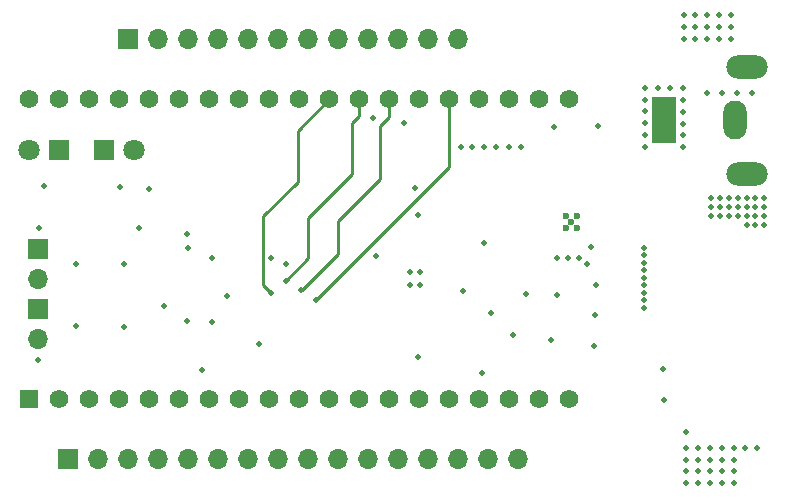
<source format=gbr>
G04 #@! TF.GenerationSoftware,KiCad,Pcbnew,5.99.0-unknown-89dcc4689~104~ubuntu20.04.1*
G04 #@! TF.CreationDate,2020-10-12T19:49:41-07:00*
G04 #@! TF.ProjectId,signal-board,7369676e-616c-42d6-926f-6172642e6b69,rev?*
G04 #@! TF.SameCoordinates,Original*
G04 #@! TF.FileFunction,Copper,L2,Inr*
G04 #@! TF.FilePolarity,Positive*
%FSLAX46Y46*%
G04 Gerber Fmt 4.6, Leading zero omitted, Abs format (unit mm)*
G04 Created by KiCad (PCBNEW 5.99.0-unknown-89dcc4689~104~ubuntu20.04.1) date 2020-10-12 19:49:41*
%MOMM*%
%LPD*%
G01*
G04 APERTURE LIST*
G04 #@! TA.AperFunction,ComponentPad*
%ADD10R,1.700000X1.700000*%
G04 #@! TD*
G04 #@! TA.AperFunction,ComponentPad*
%ADD11O,1.700000X1.700000*%
G04 #@! TD*
G04 #@! TA.AperFunction,ComponentPad*
%ADD12R,2.000000X4.000000*%
G04 #@! TD*
G04 #@! TA.AperFunction,ComponentPad*
%ADD13O,2.000000X3.300000*%
G04 #@! TD*
G04 #@! TA.AperFunction,ComponentPad*
%ADD14O,3.500000X2.000000*%
G04 #@! TD*
G04 #@! TA.AperFunction,ComponentPad*
%ADD15R,1.560000X1.560000*%
G04 #@! TD*
G04 #@! TA.AperFunction,ComponentPad*
%ADD16C,1.560000*%
G04 #@! TD*
G04 #@! TA.AperFunction,ComponentPad*
%ADD17R,1.800000X1.800000*%
G04 #@! TD*
G04 #@! TA.AperFunction,ComponentPad*
%ADD18C,1.800000*%
G04 #@! TD*
G04 #@! TA.AperFunction,ComponentPad*
%ADD19C,0.600000*%
G04 #@! TD*
G04 #@! TA.AperFunction,ViaPad*
%ADD20C,0.508000*%
G04 #@! TD*
G04 #@! TA.AperFunction,Conductor*
%ADD21C,0.254000*%
G04 #@! TD*
G04 APERTURE END LIST*
D10*
G04 #@! TO.N,+3V3*
G04 #@! TO.C,J4*
X109220000Y-137160000D03*
D11*
G04 #@! TO.N,/en*
X111760000Y-137160000D03*
G04 #@! TO.N,/sensor_vp*
X114300000Y-137160000D03*
G04 #@! TO.N,/sensor_vn*
X116840000Y-137160000D03*
G04 #@! TO.N,/io34*
X119380000Y-137160000D03*
G04 #@! TO.N,/io35*
X121920000Y-137160000D03*
G04 #@! TO.N,/io25*
X124460000Y-137160000D03*
G04 #@! TO.N,/uart_tx*
X127000000Y-137160000D03*
G04 #@! TO.N,/uart_rx*
X129540000Y-137160000D03*
G04 #@! TO.N,/vspi_mosi*
X132080000Y-137160000D03*
G04 #@! TO.N,/vspi_miso*
X134620000Y-137160000D03*
G04 #@! TO.N,/vspi_clk*
X137160000Y-137160000D03*
G04 #@! TO.N,/vspi_cs*
X139700000Y-137160000D03*
G04 #@! TO.N,GND*
X142240000Y-137160000D03*
G04 #@! TO.N,+5V*
X144780000Y-137160000D03*
G04 #@! TO.N,/3-12v*
X147320000Y-137160000D03*
G04 #@! TD*
D10*
G04 #@! TO.N,/i2c_scl*
G04 #@! TO.C,J2*
X114300000Y-101600000D03*
D11*
G04 #@! TO.N,/i2c_sda*
X116840000Y-101600000D03*
G04 #@! TO.N,GND*
X119380000Y-101600000D03*
G04 #@! TO.N,/pixels_8*
X121920000Y-101600000D03*
G04 #@! TO.N,/pixels_7*
X124460000Y-101600000D03*
G04 #@! TO.N,/pixels_6*
X127000000Y-101600000D03*
G04 #@! TO.N,/pixels_5*
X129540000Y-101600000D03*
G04 #@! TO.N,/pixels_4*
X132080000Y-101600000D03*
G04 #@! TO.N,/pixels_3*
X134620000Y-101600000D03*
G04 #@! TO.N,/pixels_2*
X137160000Y-101600000D03*
G04 #@! TO.N,/pixels_1*
X139700000Y-101600000D03*
G04 #@! TO.N,GND*
X142240000Y-101600000D03*
G04 #@! TD*
D12*
G04 #@! TO.N,/3-12v*
G04 #@! TO.C,J1*
X159652200Y-108483400D03*
D13*
G04 #@! TO.N,GND*
X165652200Y-108483400D03*
D14*
G04 #@! TO.N,N/C*
X166652200Y-103983400D03*
X166652200Y-112983400D03*
G04 #@! TD*
D15*
G04 #@! TO.N,+3V3*
G04 #@! TO.C,U2*
X105890000Y-132100000D03*
D16*
G04 #@! TO.N,/en*
X108430000Y-132100000D03*
G04 #@! TO.N,/sensor_vp*
X110970000Y-132100000D03*
G04 #@! TO.N,/sensor_vn*
X113510000Y-132100000D03*
G04 #@! TO.N,/io34*
X116050000Y-132100000D03*
G04 #@! TO.N,/io35*
X118590000Y-132100000D03*
G04 #@! TO.N,Net-(U2-Pad7)*
X121130000Y-132100000D03*
G04 #@! TO.N,Net-(U2-Pad8)*
X123670000Y-132100000D03*
G04 #@! TO.N,/io25*
X126210000Y-132100000D03*
G04 #@! TO.N,/level_shift_4*
X128750000Y-132100000D03*
G04 #@! TO.N,/level_shift_3*
X131290000Y-132100000D03*
G04 #@! TO.N,/status_led*
X133830000Y-132100000D03*
G04 #@! TO.N,/level_shift_2*
X136370000Y-132100000D03*
G04 #@! TO.N,GND*
X138910000Y-132100000D03*
G04 #@! TO.N,/level_shift_1*
X141450000Y-132100000D03*
G04 #@! TO.N,Net-(U2-Pad16)*
X143990000Y-132100000D03*
G04 #@! TO.N,Net-(U2-Pad17)*
X146530000Y-132100000D03*
G04 #@! TO.N,Net-(U2-Pad18)*
X149070000Y-132100000D03*
G04 #@! TO.N,+5V*
X151610000Y-132100000D03*
G04 #@! TO.N,GND*
X105890000Y-106700000D03*
G04 #@! TO.N,/vspi_mosi*
X108430000Y-106700000D03*
G04 #@! TO.N,/i2c_scl*
X110970000Y-106700000D03*
G04 #@! TO.N,/uart_tx*
X113510000Y-106700000D03*
G04 #@! TO.N,/uart_rx*
X116050000Y-106700000D03*
G04 #@! TO.N,/i2c_sda*
X118590000Y-106700000D03*
G04 #@! TO.N,GND*
X121130000Y-106700000D03*
G04 #@! TO.N,/vspi_miso*
X123670000Y-106700000D03*
G04 #@! TO.N,/vspi_clk*
X126210000Y-106700000D03*
G04 #@! TO.N,/vspi_cs*
X128750000Y-106700000D03*
G04 #@! TO.N,/level_shift_8*
X131290000Y-106700000D03*
G04 #@! TO.N,/level_shift_7*
X133830000Y-106700000D03*
G04 #@! TO.N,/level_shift_6*
X136370000Y-106700000D03*
G04 #@! TO.N,/button_2*
X138910000Y-106700000D03*
G04 #@! TO.N,/level_shift_5*
X141450000Y-106700000D03*
G04 #@! TO.N,/button_1*
X143990000Y-106700000D03*
G04 #@! TO.N,Net-(U2-Pad36)*
X146530000Y-106700000D03*
G04 #@! TO.N,Net-(U2-Pad37)*
X149070000Y-106700000D03*
G04 #@! TO.N,Net-(U2-Pad38)*
X151610000Y-106700000D03*
G04 #@! TD*
D17*
G04 #@! TO.N,Net-(D2-Pad1)*
G04 #@! TO.C,D2*
X112268000Y-110998000D03*
D18*
G04 #@! TO.N,/status_led*
X114808000Y-110998000D03*
G04 #@! TD*
D17*
G04 #@! TO.N,Net-(D1-Pad1)*
G04 #@! TO.C,D1*
X108458000Y-110998000D03*
D18*
G04 #@! TO.N,+3V3*
X105918000Y-110998000D03*
G04 #@! TD*
D10*
G04 #@! TO.N,GND*
G04 #@! TO.C,J5*
X106680000Y-124460000D03*
D11*
G04 #@! TO.N,Net-(J5-Pad2)*
X106680000Y-127000000D03*
G04 #@! TD*
D19*
G04 #@! TO.N,GND*
G04 #@! TO.C,U1*
X151814000Y-117081500D03*
X151314000Y-116581500D03*
X151314000Y-117581500D03*
X152314000Y-117581500D03*
X152314000Y-116581500D03*
G04 #@! TD*
D10*
G04 #@! TO.N,GND*
G04 #@! TO.C,J6*
X106680000Y-119380000D03*
D11*
G04 #@! TO.N,Net-(J6-Pad2)*
X106680000Y-121920000D03*
G04 #@! TD*
D20*
G04 #@! TO.N,GND*
X168148000Y-117312000D03*
X153822400Y-124993400D03*
X154051000Y-108940600D03*
X161544000Y-136192000D03*
X163315400Y-99568000D03*
X109829600Y-120675400D03*
X164592000Y-106172000D03*
X162315400Y-101568000D03*
X163315400Y-101568000D03*
X163648000Y-115062000D03*
X163315400Y-100568000D03*
X165315400Y-101568000D03*
X162315400Y-99568000D03*
X163544000Y-137192000D03*
X162315400Y-100568000D03*
X162544000Y-139192000D03*
X147980400Y-123164600D03*
X117348000Y-124155200D03*
X146558000Y-110744000D03*
X164315400Y-99568000D03*
X165898000Y-116562000D03*
X164544000Y-139192000D03*
X165862000Y-106172000D03*
X150571200Y-123266200D03*
X113588800Y-114147600D03*
X164544000Y-136192000D03*
X164398000Y-115812000D03*
X161544000Y-139192000D03*
X119380000Y-119253000D03*
X163322000Y-106172000D03*
X164398000Y-115062000D03*
X106654600Y-128727200D03*
X163544000Y-136192000D03*
X165544000Y-139192000D03*
X164544000Y-137192000D03*
X113969800Y-125958600D03*
X109829600Y-125857000D03*
X164398000Y-116562000D03*
X138836400Y-116484400D03*
X168148000Y-116562000D03*
X164315400Y-100568000D03*
X164544000Y-138192000D03*
X146888200Y-126619000D03*
X163544000Y-139192000D03*
X162544000Y-138192000D03*
X153746200Y-127558800D03*
X165898000Y-115812000D03*
X161544000Y-134874000D03*
X142494000Y-110744000D03*
X122656600Y-123367800D03*
X166648000Y-116562000D03*
X138785600Y-128524000D03*
X138176000Y-121285000D03*
X165315400Y-99568000D03*
X150622000Y-120116600D03*
X147574000Y-110744000D03*
X163648000Y-116562000D03*
X120523000Y-129641600D03*
X153111200Y-120650000D03*
X152450800Y-120116600D03*
X161544000Y-137192000D03*
X151511000Y-120116600D03*
X166648000Y-115812000D03*
X143383000Y-110744000D03*
X167132000Y-106172000D03*
X162544000Y-136192000D03*
X161315400Y-100568000D03*
X144399000Y-110744000D03*
X166648000Y-117312000D03*
X161315400Y-101568000D03*
X167544000Y-136192000D03*
X167398000Y-116562000D03*
X142621000Y-122936000D03*
X166544000Y-136192000D03*
X165544000Y-138192000D03*
X167398000Y-115812000D03*
X139014200Y-122428000D03*
X165148000Y-116562000D03*
X138176000Y-122428000D03*
X116052600Y-114249200D03*
X115189000Y-117602000D03*
X167398000Y-117312000D03*
X165898000Y-115062000D03*
X165148000Y-115062000D03*
X150114000Y-127076200D03*
X167398000Y-115062000D03*
X107162600Y-114071400D03*
X106730800Y-117576600D03*
X165315400Y-100568000D03*
X144983200Y-124764800D03*
X166648000Y-115062000D03*
X139014200Y-121285000D03*
X168148000Y-115062000D03*
X113919000Y-120599200D03*
X135280400Y-119938800D03*
X153873200Y-122377200D03*
X145415000Y-110744000D03*
X164315400Y-101568000D03*
X162544000Y-137192000D03*
X119253000Y-118059200D03*
X163648000Y-115812000D03*
X161315400Y-99568000D03*
X161544000Y-138192000D03*
X125349000Y-127381000D03*
X168148000Y-115812000D03*
X165544000Y-136192000D03*
X163544000Y-138192000D03*
X165544000Y-137192000D03*
X144221200Y-129844800D03*
X150342600Y-109016800D03*
X165148000Y-115812000D03*
X138607800Y-114223800D03*
X119253000Y-125476000D03*
G04 #@! TO.N,+3V3*
X121398000Y-125531000D03*
X121384200Y-120165000D03*
G04 #@! TO.N,/3-12v*
X157988000Y-119888000D03*
X161258000Y-106744000D03*
X158083000Y-110718600D03*
X161258000Y-110744000D03*
X157988000Y-123698000D03*
X161258000Y-107744000D03*
X157988000Y-124333000D03*
X157988000Y-119253000D03*
X158083000Y-109718600D03*
X161258000Y-109744000D03*
X157988000Y-120523000D03*
X159149800Y-105714800D03*
X157988000Y-121793000D03*
X157988000Y-121158000D03*
X160191200Y-105714800D03*
X161258000Y-108744000D03*
X157988000Y-122428000D03*
X161258000Y-105744000D03*
X158083000Y-107718600D03*
X158083000Y-106718600D03*
X158083000Y-105718600D03*
X158083000Y-108718600D03*
X157988000Y-123063000D03*
G04 #@! TO.N,/button_2*
X126365000Y-120142000D03*
G04 #@! TO.N,/button_1*
X127635000Y-120650000D03*
G04 #@! TO.N,/pixels_2*
X135051800Y-108280200D03*
X159664400Y-132130800D03*
G04 #@! TO.N,/pixels_1*
X137668000Y-108712000D03*
X159562800Y-129489200D03*
G04 #@! TO.N,/level_shift_5*
X130175000Y-123698000D03*
G04 #@! TO.N,/level_shift_6*
X128905000Y-122809000D03*
G04 #@! TO.N,/level_shift_7*
X127635000Y-122047000D03*
G04 #@! TO.N,/level_shift_8*
X126365000Y-123063000D03*
G04 #@! TO.N,Net-(R3-Pad2)*
X144399000Y-118897400D03*
X153492200Y-119227600D03*
G04 #@! TD*
D21*
G04 #@! TO.N,/level_shift_5*
X141450000Y-106700000D02*
X141450000Y-112423000D01*
X141450000Y-112423000D02*
X130175000Y-123698000D01*
G04 #@! TO.N,/level_shift_6*
X129032000Y-122809000D02*
X128905000Y-122809000D01*
X135636000Y-113411000D02*
X132080000Y-116967000D01*
X135636000Y-108966000D02*
X135636000Y-113411000D01*
X132080000Y-116967000D02*
X132080000Y-119761000D01*
X132080000Y-119761000D02*
X129032000Y-122809000D01*
X136370000Y-108232000D02*
X135636000Y-108966000D01*
X136370000Y-106700000D02*
X136370000Y-108232000D01*
G04 #@! TO.N,/level_shift_7*
X129540000Y-120142000D02*
X127635000Y-122047000D01*
X133223000Y-108712000D02*
X133223000Y-113030000D01*
X133830000Y-106700000D02*
X133830000Y-108105000D01*
X133830000Y-108105000D02*
X133223000Y-108712000D01*
X133223000Y-113030000D02*
X129540000Y-116713000D01*
X129540000Y-116713000D02*
X129540000Y-120142000D01*
G04 #@! TO.N,/level_shift_8*
X131290000Y-106700000D02*
X128651000Y-109339000D01*
X125730000Y-116586000D02*
X125730000Y-122428000D01*
X128651000Y-109339000D02*
X128651000Y-113157000D01*
X125730000Y-122428000D02*
X126365000Y-123063000D01*
X128651000Y-113665000D02*
X125730000Y-116586000D01*
X128651000Y-113157000D02*
X128651000Y-113665000D01*
G04 #@! TD*
M02*

</source>
